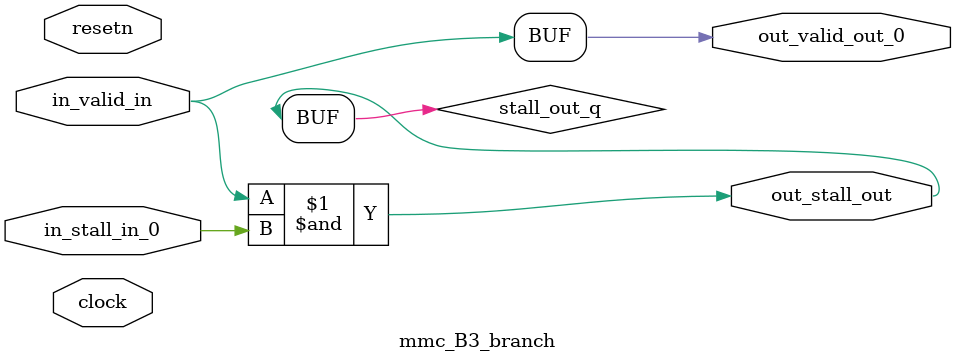
<source format=sv>



(* altera_attribute = "-name AUTO_SHIFT_REGISTER_RECOGNITION OFF; -name MESSAGE_DISABLE 10036; -name MESSAGE_DISABLE 10037; -name MESSAGE_DISABLE 14130; -name MESSAGE_DISABLE 14320; -name MESSAGE_DISABLE 15400; -name MESSAGE_DISABLE 14130; -name MESSAGE_DISABLE 10036; -name MESSAGE_DISABLE 12020; -name MESSAGE_DISABLE 12030; -name MESSAGE_DISABLE 12010; -name MESSAGE_DISABLE 12110; -name MESSAGE_DISABLE 14320; -name MESSAGE_DISABLE 13410; -name MESSAGE_DISABLE 113007; -name MESSAGE_DISABLE 10958" *)
module mmc_B3_branch (
    input wire [0:0] in_stall_in_0,
    input wire [0:0] in_valid_in,
    output wire [0:0] out_stall_out,
    output wire [0:0] out_valid_out_0,
    input wire clock,
    input wire resetn
    );

    wire [0:0] stall_out_q;


    // stall_out(LOGICAL,6)
    assign stall_out_q = in_valid_in & in_stall_in_0;

    // out_stall_out(GPOUT,4)
    assign out_stall_out = stall_out_q;

    // out_valid_out_0(GPOUT,5)
    assign out_valid_out_0 = in_valid_in;

endmodule

</source>
